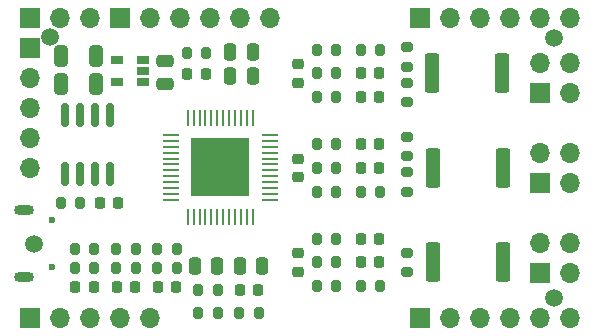
<source format=gbr>
%TF.GenerationSoftware,KiCad,Pcbnew,6.0.5+dfsg-1~bpo11+1*%
%TF.CreationDate,2022-07-20T16:51:46+00:00*%
%TF.ProjectId,xESC2,78455343-322e-46b6-9963-61645f706362,rev?*%
%TF.SameCoordinates,Original*%
%TF.FileFunction,Soldermask,Bot*%
%TF.FilePolarity,Negative*%
%FSLAX46Y46*%
G04 Gerber Fmt 4.6, Leading zero omitted, Abs format (unit mm)*
G04 Created by KiCad (PCBNEW 6.0.5+dfsg-1~bpo11+1) date 2022-07-20 16:51:46*
%MOMM*%
%LPD*%
G01*
G04 APERTURE LIST*
G04 Aperture macros list*
%AMRoundRect*
0 Rectangle with rounded corners*
0 $1 Rounding radius*
0 $2 $3 $4 $5 $6 $7 $8 $9 X,Y pos of 4 corners*
0 Add a 4 corners polygon primitive as box body*
4,1,4,$2,$3,$4,$5,$6,$7,$8,$9,$2,$3,0*
0 Add four circle primitives for the rounded corners*
1,1,$1+$1,$2,$3*
1,1,$1+$1,$4,$5*
1,1,$1+$1,$6,$7*
1,1,$1+$1,$8,$9*
0 Add four rect primitives between the rounded corners*
20,1,$1+$1,$2,$3,$4,$5,0*
20,1,$1+$1,$4,$5,$6,$7,0*
20,1,$1+$1,$6,$7,$8,$9,0*
20,1,$1+$1,$8,$9,$2,$3,0*%
G04 Aperture macros list end*
%ADD10R,1.700000X1.700000*%
%ADD11O,1.700000X1.700000*%
%ADD12C,0.600000*%
%ADD13O,1.700000X0.850000*%
%ADD14RoundRect,0.200000X0.200000X0.275000X-0.200000X0.275000X-0.200000X-0.275000X0.200000X-0.275000X0*%
%ADD15RoundRect,0.250000X-0.250000X-0.475000X0.250000X-0.475000X0.250000X0.475000X-0.250000X0.475000X0*%
%ADD16RoundRect,0.250000X0.250000X0.475000X-0.250000X0.475000X-0.250000X-0.475000X0.250000X-0.475000X0*%
%ADD17RoundRect,0.225000X-0.225000X-0.250000X0.225000X-0.250000X0.225000X0.250000X-0.225000X0.250000X0*%
%ADD18RoundRect,0.225000X0.225000X0.250000X-0.225000X0.250000X-0.225000X-0.250000X0.225000X-0.250000X0*%
%ADD19RoundRect,0.250000X0.475000X-0.250000X0.475000X0.250000X-0.475000X0.250000X-0.475000X-0.250000X0*%
%ADD20RoundRect,0.249999X0.362501X1.425001X-0.362501X1.425001X-0.362501X-1.425001X0.362501X-1.425001X0*%
%ADD21RoundRect,0.200000X-0.200000X-0.275000X0.200000X-0.275000X0.200000X0.275000X-0.200000X0.275000X0*%
%ADD22RoundRect,0.200000X-0.275000X0.200000X-0.275000X-0.200000X0.275000X-0.200000X0.275000X0.200000X0*%
%ADD23RoundRect,0.249999X0.325001X0.650001X-0.325001X0.650001X-0.325001X-0.650001X0.325001X-0.650001X0*%
%ADD24RoundRect,0.225000X-0.250000X0.225000X-0.250000X-0.225000X0.250000X-0.225000X0.250000X0.225000X0*%
%ADD25RoundRect,0.225000X0.250000X-0.225000X0.250000X0.225000X-0.250000X0.225000X-0.250000X-0.225000X0*%
%ADD26R,0.279400X1.340599*%
%ADD27R,1.340599X0.279400*%
%ADD28R,5.003800X5.003800*%
%ADD29RoundRect,0.200000X0.275000X-0.200000X0.275000X0.200000X-0.275000X0.200000X-0.275000X-0.200000X0*%
%ADD30R,1.060000X0.650000*%
%ADD31RoundRect,0.150000X0.150000X-0.825000X0.150000X0.825000X-0.150000X0.825000X-0.150000X-0.825000X0*%
%ADD32C,1.500000*%
G04 APERTURE END LIST*
D10*
%TO.C,J3*%
X231060000Y-108240000D03*
D11*
X231060000Y-110780000D03*
X231060000Y-113320000D03*
X231060000Y-115860000D03*
X231060000Y-118400000D03*
%TD*%
D12*
%TO.C,J2*%
X232950000Y-122800000D03*
X232950000Y-126800000D03*
D13*
X230600000Y-121975000D03*
X230600000Y-127625000D03*
%TD*%
D14*
%TO.C,R4*%
X257025000Y-124400000D03*
X255375000Y-124400000D03*
%TD*%
D15*
%TO.C,C4*%
X245050000Y-126700000D03*
X246950000Y-126700000D03*
%TD*%
D16*
%TO.C,C5*%
X250750000Y-126700000D03*
X248850000Y-126700000D03*
%TD*%
D17*
%TO.C,C6*%
X248875000Y-128700000D03*
X250425000Y-128700000D03*
%TD*%
D18*
%TO.C,C15*%
X243475000Y-128450000D03*
X241925000Y-128450000D03*
%TD*%
D17*
%TO.C,C11*%
X244425000Y-110450000D03*
X245975000Y-110450000D03*
%TD*%
D19*
%TO.C,C13*%
X242500000Y-111250000D03*
X242500000Y-109350000D03*
%TD*%
D17*
%TO.C,C25*%
X259125000Y-116400000D03*
X260675000Y-116400000D03*
%TD*%
%TO.C,C26*%
X259125000Y-112400000D03*
X260675000Y-112400000D03*
%TD*%
D14*
%TO.C,R5*%
X257025000Y-118400000D03*
X255375000Y-118400000D03*
%TD*%
%TO.C,R6*%
X257025000Y-120400000D03*
X255375000Y-120400000D03*
%TD*%
D18*
%TO.C,C27*%
X239975000Y-128450000D03*
X238425000Y-128450000D03*
%TD*%
D20*
%TO.C,R7*%
X271100000Y-118400000D03*
X265175000Y-118400000D03*
%TD*%
D18*
%TO.C,C28*%
X236475000Y-128450000D03*
X234925000Y-128450000D03*
%TD*%
D14*
%TO.C,R8*%
X257025000Y-116400000D03*
X255375000Y-116400000D03*
%TD*%
%TO.C,R9*%
X257025000Y-110400000D03*
X255375000Y-110400000D03*
%TD*%
%TO.C,R10*%
X257025000Y-108400000D03*
X255375000Y-108400000D03*
%TD*%
D20*
%TO.C,R11*%
X271062500Y-110400000D03*
X265137500Y-110400000D03*
%TD*%
D21*
%TO.C,R13*%
X245325000Y-128700000D03*
X246975000Y-128700000D03*
%TD*%
%TO.C,R14*%
X248825000Y-130700000D03*
X250475000Y-130700000D03*
%TD*%
%TO.C,R15*%
X245325000Y-130700000D03*
X246975000Y-130700000D03*
%TD*%
%TO.C,R17*%
X241875000Y-125250000D03*
X243525000Y-125250000D03*
%TD*%
D14*
%TO.C,R18*%
X243525000Y-126850000D03*
X241875000Y-126850000D03*
%TD*%
D21*
%TO.C,R19*%
X238375000Y-125250000D03*
X240025000Y-125250000D03*
%TD*%
D14*
%TO.C,R20*%
X240025000Y-126850000D03*
X238375000Y-126850000D03*
%TD*%
D21*
%TO.C,R21*%
X234875000Y-125250000D03*
X236525000Y-125250000D03*
%TD*%
D14*
%TO.C,R22*%
X236525000Y-126850000D03*
X234875000Y-126850000D03*
%TD*%
D21*
%TO.C,R29*%
X244375000Y-108700000D03*
X246025000Y-108700000D03*
%TD*%
D14*
%TO.C,R2*%
X257025000Y-128400000D03*
X255375000Y-128400000D03*
%TD*%
D20*
%TO.C,R3*%
X271100000Y-126400000D03*
X265175000Y-126400000D03*
%TD*%
D16*
%TO.C,C12*%
X249950000Y-110600000D03*
X248050000Y-110600000D03*
%TD*%
D15*
%TO.C,C14*%
X248050000Y-108600000D03*
X249950000Y-108600000D03*
%TD*%
D18*
%TO.C,C29*%
X260675000Y-126400000D03*
X259125000Y-126400000D03*
%TD*%
%TO.C,C30*%
X260675000Y-118400000D03*
X259125000Y-118400000D03*
%TD*%
D22*
%TO.C,R25*%
X263000000Y-118775000D03*
X263000000Y-120425000D03*
%TD*%
D18*
%TO.C,C31*%
X260675000Y-110400000D03*
X259125000Y-110400000D03*
%TD*%
D14*
%TO.C,R24*%
X260725000Y-128400000D03*
X259075000Y-128400000D03*
%TD*%
%TO.C,R28*%
X260725000Y-108400000D03*
X259075000Y-108400000D03*
%TD*%
D22*
%TO.C,R23*%
X263000000Y-125575000D03*
X263000000Y-127225000D03*
%TD*%
D14*
%TO.C,R26*%
X260725000Y-120400000D03*
X259075000Y-120400000D03*
%TD*%
D23*
%TO.C,C21*%
X236675000Y-108900000D03*
X233725000Y-108900000D03*
%TD*%
%TO.C,C20*%
X236675000Y-111300000D03*
X233725000Y-111300000D03*
%TD*%
D10*
%TO.C,J5*%
X231060000Y-105700000D03*
D11*
X233600000Y-105700000D03*
X236140000Y-105700000D03*
%TD*%
D24*
%TO.C,C9*%
X253800000Y-117625000D03*
X253800000Y-119175000D03*
%TD*%
%TO.C,C8*%
X253800000Y-125625000D03*
X253800000Y-127175000D03*
%TD*%
D25*
%TO.C,C10*%
X253800000Y-111175000D03*
X253800000Y-109625000D03*
%TD*%
D26*
%TO.C,U1*%
X249950000Y-122525501D03*
X249450001Y-122525501D03*
X248949999Y-122525501D03*
X248450000Y-122525501D03*
X247950001Y-122525501D03*
X247450000Y-122525501D03*
X246950000Y-122525501D03*
X246449999Y-122525501D03*
X245950000Y-122525501D03*
X245450001Y-122525501D03*
X244949999Y-122525501D03*
X244450000Y-122525501D03*
D27*
X243024499Y-121100000D03*
X243024499Y-120600001D03*
X243024499Y-120099999D03*
X243024499Y-119600000D03*
X243024499Y-119100001D03*
X243024499Y-118600000D03*
X243024499Y-118100000D03*
X243024499Y-117599999D03*
X243024499Y-117100000D03*
X243024499Y-116600001D03*
X243024499Y-116099999D03*
X243024499Y-115600000D03*
D26*
X244450000Y-114174499D03*
X244949999Y-114174499D03*
X245450001Y-114174499D03*
X245950000Y-114174499D03*
X246449999Y-114174499D03*
X246950000Y-114174499D03*
X247450000Y-114174499D03*
X247950001Y-114174499D03*
X248450000Y-114174499D03*
X248949999Y-114174499D03*
X249450001Y-114174499D03*
X249950000Y-114174499D03*
D27*
X251375501Y-115600000D03*
X251375501Y-116099999D03*
X251375501Y-116600001D03*
X251375501Y-117100000D03*
X251375501Y-117599999D03*
X251375501Y-118100000D03*
X251375501Y-118600000D03*
X251375501Y-119100001D03*
X251375501Y-119600000D03*
X251375501Y-120099999D03*
X251375501Y-120600001D03*
X251375501Y-121100000D03*
D28*
X247200000Y-118350000D03*
%TD*%
D14*
%TO.C,R1*%
X257025000Y-126400000D03*
X255375000Y-126400000D03*
%TD*%
D29*
%TO.C,R27*%
X263000000Y-109825000D03*
X263000000Y-108175000D03*
%TD*%
D14*
%TO.C,R12*%
X257025000Y-112400000D03*
X255375000Y-112400000D03*
%TD*%
D10*
%TO.C,J1*%
X238680000Y-105700000D03*
D11*
X241220000Y-105700000D03*
X243760000Y-105700000D03*
X246300000Y-105700000D03*
X248840000Y-105700000D03*
X251380000Y-105700000D03*
%TD*%
D10*
%TO.C,J4*%
X231060000Y-131100000D03*
D11*
X233600000Y-131100000D03*
X236140000Y-131100000D03*
X238680000Y-131100000D03*
X241220000Y-131100000D03*
%TD*%
D17*
%TO.C,C24*%
X259125000Y-124400000D03*
X260675000Y-124400000D03*
%TD*%
D18*
%TO.C,C7*%
X238575000Y-121400000D03*
X237025000Y-121400000D03*
%TD*%
D30*
%TO.C,U2*%
X240700000Y-109250000D03*
X240700000Y-110200000D03*
X240700000Y-111150000D03*
X238500000Y-111150000D03*
X238500000Y-109250000D03*
%TD*%
D31*
%TO.C,U5*%
X237905000Y-118875000D03*
X236635000Y-118875000D03*
X235365000Y-118875000D03*
X234095000Y-118875000D03*
X234095000Y-113925000D03*
X235365000Y-113925000D03*
X236635000Y-113925000D03*
X237905000Y-113925000D03*
%TD*%
D29*
%TO.C,R41*%
X263000000Y-112825000D03*
X263000000Y-111175000D03*
%TD*%
%TO.C,TH1*%
X263000000Y-117425000D03*
X263000000Y-115775000D03*
%TD*%
D10*
%TO.C,J9*%
X264080000Y-105700000D03*
D11*
X266620000Y-105700000D03*
X269160000Y-105700000D03*
X271700000Y-105700000D03*
X274240000Y-105700000D03*
X276780000Y-105700000D03*
%TD*%
D10*
%TO.C,J10*%
X264080000Y-131100000D03*
D11*
X266620000Y-131100000D03*
X269160000Y-131100000D03*
X271700000Y-131100000D03*
X274240000Y-131100000D03*
X276780000Y-131100000D03*
%TD*%
D10*
%TO.C,J8*%
X274240000Y-112050000D03*
D11*
X276780000Y-112050000D03*
X274240000Y-109510000D03*
X276780000Y-109510000D03*
%TD*%
D10*
%TO.C,J7*%
X274240000Y-119670000D03*
D11*
X276780000Y-119670000D03*
X274240000Y-117130000D03*
X276780000Y-117130000D03*
%TD*%
D10*
%TO.C,J6*%
X274240000Y-127290000D03*
D11*
X276780000Y-127290000D03*
X274240000Y-124750000D03*
X276780000Y-124750000D03*
%TD*%
D14*
%TO.C,R36*%
X235325000Y-121400000D03*
X233675000Y-121400000D03*
%TD*%
D32*
%TO.C,FID4*%
X275500000Y-129400000D03*
%TD*%
%TO.C,FID6*%
X231400000Y-124800000D03*
%TD*%
%TO.C,FID7*%
X275500000Y-107400000D03*
%TD*%
%TO.C,FID8*%
X232800000Y-107300000D03*
%TD*%
M02*

</source>
